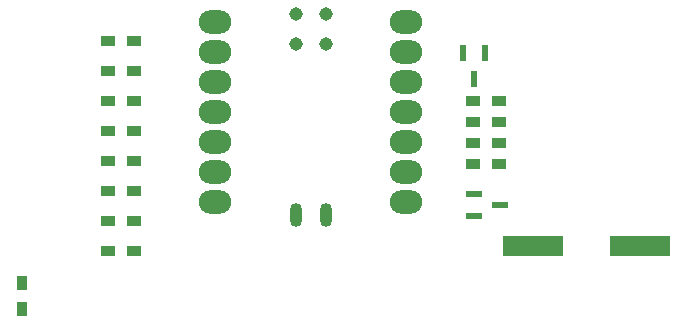
<source format=gtp>
G04 #@! TF.GenerationSoftware,KiCad,Pcbnew,(5.1.6-0-10_14)*
G04 #@! TF.CreationDate,2020-10-28T15:49:20+09:00*
G04 #@! TF.ProjectId,NinjaLAMP,4e696e6a-614c-4414-9d50-2e6b69636164,rev?*
G04 #@! TF.SameCoordinates,Original*
G04 #@! TF.FileFunction,Paste,Top*
G04 #@! TF.FilePolarity,Positive*
%FSLAX46Y46*%
G04 Gerber Fmt 4.6, Leading zero omitted, Abs format (unit mm)*
G04 Created by KiCad (PCBNEW (5.1.6-0-10_14)) date 2020-10-28 15:49:20*
%MOMM*%
%LPD*%
G01*
G04 APERTURE LIST*
%ADD10R,5.200000X1.700000*%
%ADD11R,1.320800X0.558800*%
%ADD12R,0.558800X1.320800*%
%ADD13R,1.200000X0.900000*%
%ADD14C,1.143000*%
%ADD15O,1.016000X2.032000*%
%ADD16O,2.748280X1.998980*%
%ADD17R,0.900000X1.200000*%
G04 APERTURE END LIST*
D10*
G04 #@! TO.C,C1*
X176253020Y-110367880D03*
X185353020Y-110367880D03*
G04 #@! TD*
D11*
G04 #@! TO.C,Q1*
X173467500Y-106908400D03*
X171283100Y-107848200D03*
X171283100Y-105968600D03*
G04 #@! TD*
D12*
G04 #@! TO.C,Q2*
X172248300Y-94017900D03*
X170368700Y-94017900D03*
X171308500Y-96202300D03*
G04 #@! TD*
D13*
G04 #@! TO.C,R1*
X140300000Y-103200000D03*
X142500000Y-103200000D03*
G04 #@! TD*
G04 #@! TO.C,R2*
X142500000Y-100660000D03*
X140300000Y-100660000D03*
G04 #@! TD*
G04 #@! TO.C,R3*
X142500000Y-105740000D03*
X140300000Y-105740000D03*
G04 #@! TD*
G04 #@! TO.C,R4*
X140300000Y-110820000D03*
X142500000Y-110820000D03*
G04 #@! TD*
G04 #@! TO.C,R5*
X171221960Y-101676000D03*
X173421960Y-101676000D03*
G04 #@! TD*
G04 #@! TO.C,R6*
X173421960Y-103454000D03*
X171221960Y-103454000D03*
G04 #@! TD*
G04 #@! TO.C,R7*
X142500000Y-108280000D03*
X140300000Y-108280000D03*
G04 #@! TD*
G04 #@! TO.C,R8*
X140300000Y-98120000D03*
X142500000Y-98120000D03*
G04 #@! TD*
G04 #@! TO.C,R9*
X142500000Y-93040000D03*
X140300000Y-93040000D03*
G04 #@! TD*
G04 #@! TO.C,R10*
X173421960Y-99898000D03*
X171221960Y-99898000D03*
G04 #@! TD*
G04 #@! TO.C,R11*
X140300000Y-95580000D03*
X142500000Y-95580000D03*
G04 #@! TD*
G04 #@! TO.C,R12*
X173421960Y-98120000D03*
X171221960Y-98120000D03*
G04 #@! TD*
D14*
G04 #@! TO.C,U1*
X158758803Y-93275813D03*
X156218803Y-93275813D03*
X158758803Y-90735813D03*
X156218803Y-90735813D03*
D15*
X158770000Y-107740000D03*
X156220000Y-107740000D03*
D16*
X149353120Y-91422180D03*
X149353120Y-93962180D03*
X149353120Y-96502180D03*
X149353120Y-99042180D03*
X149353120Y-101582180D03*
X149353120Y-104122180D03*
X149353120Y-106662180D03*
X165517680Y-106662180D03*
X165517680Y-104122180D03*
X165517680Y-101582180D03*
X165517680Y-99042180D03*
X165517680Y-96502180D03*
X165517680Y-93962180D03*
X165517680Y-91422180D03*
G04 #@! TD*
D17*
G04 #@! TO.C,TH1*
X133002500Y-115727000D03*
X133002500Y-113527000D03*
G04 #@! TD*
M02*

</source>
